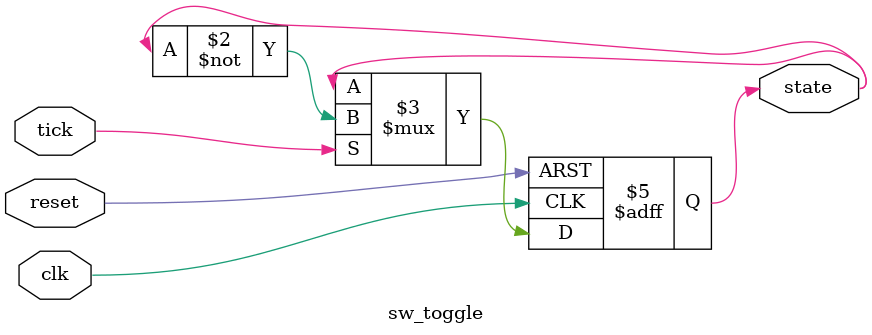
<source format=v>
`timescale 1ns / 1ps

module sw_toggle (
    input      clk,
    input      reset,
    input      tick,   
    output reg state   
);
    always @(posedge clk or posedge reset) begin
        if (reset) begin
            state <= 1'b0;
        end else if (tick) begin
            state <= ~state;  
        end
    end
endmodule
</source>
